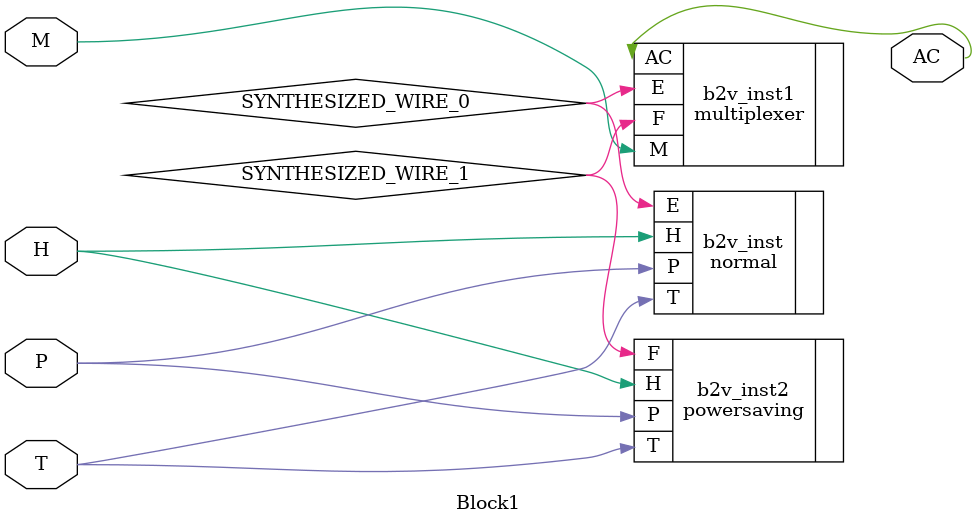
<source format=v>


module Block1(
	P,
	H,
	T,
	M,
	AC
);


input wire	P;
input wire	H;
input wire	T;
input wire	M;
output wire	AC;

wire	SYNTHESIZED_WIRE_0;
wire	SYNTHESIZED_WIRE_1;





normal	b2v_inst(
	.P(P),
	.T(T),
	.H(H),
	.E(SYNTHESIZED_WIRE_0));


multiplexer	b2v_inst1(
	.E(SYNTHESIZED_WIRE_0),
	.F(SYNTHESIZED_WIRE_1),
	.M(M),
	.AC(AC));


powersaving	b2v_inst2(
	.P(P),
	.T(T),
	.H(H),
	.F(SYNTHESIZED_WIRE_1));


endmodule

</source>
